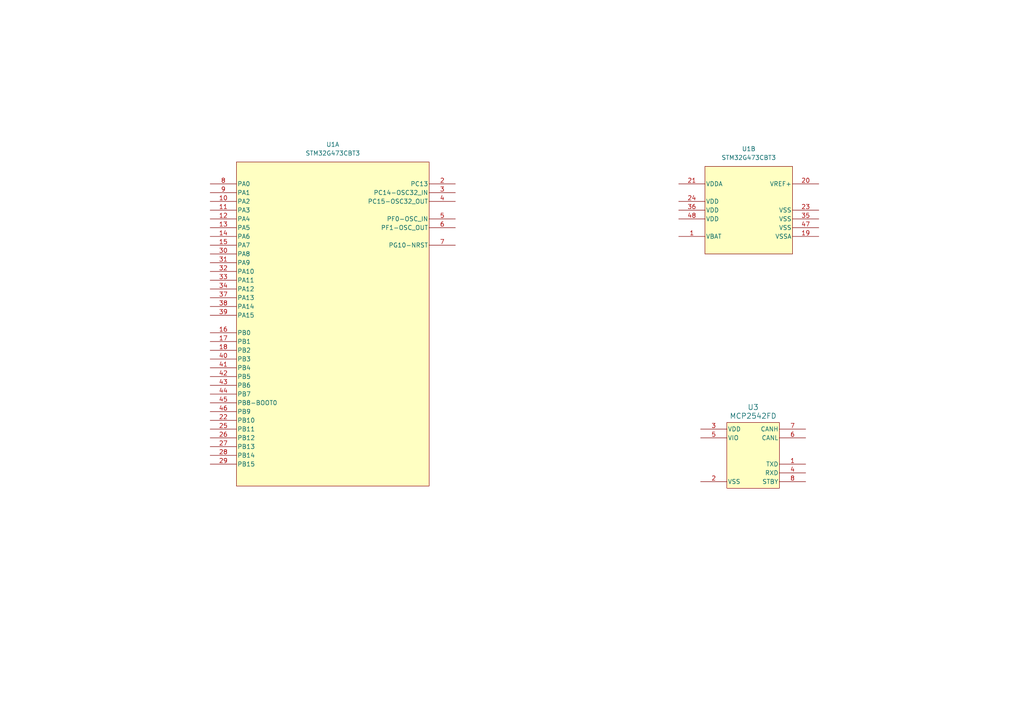
<source format=kicad_sch>
(kicad_sch (version 20231120) (generator "eeschema") (generator_version "8.0")
  (paper "A4")
  (lib_symbols
    (symbol "Sullivan-Labs:IC MCP2542FD CAN Transceiver" (pin_names (offset 0.254))
      (property "Reference" "U" (at 20.32 10.16 0))
      (property "Value" "MCP2542FD" (at 20.32 7.62 0))
      (symbol "IC MCP2542FD CAN Transceiver_0_1"
        (pin input line (at 30.48 -10.16 180) (length 7.62) (name "TXD") (number "1"))
        (pin power_in line (at 0 -15.24 0) (length 7.62) (name "VSS") (number "2"))
        (pin power_in line (at 0 0 0) (length 7.62) (name "VDD") (number "3"))
        (pin output line (at 30.48 -12.7 180) (length 7.62) (name "RXD") (number "4"))
        (pin bidirectional line (at 0 -2.54 0) (length 7.62) (name "VIO") (number "5"))
        (pin bidirectional line (at 30.48 -2.54 180) (length 7.62) (name "CANL") (number "6"))
        (pin bidirectional line (at 30.48 0 180) (length 7.62) (name "CANH") (number "7"))
        (pin input line (at 30.48 -15.24 180) (length 7.62) (name "STBY") (number "8"))
      )
      (symbol "IC MCP2542FD CAN Transceiver_1_1"
        (rectangle (start 7.62 1.905) (end 22.86 -17.145) (fill (type background)))
      )
    )
    (symbol "Sullivan-Labs:MCU STM32G473" (pin_names (offset 0.254))
      (property "Reference" "U" (at 35.56 10.16 0))
      (property "Value" "STM32G473CBT3" (at 35.56 7.62 0))
      (symbol "MCU STM32G473_1_1"
        (rectangle (start 7.62 6.35) (end 63.5 -87.63) (fill (type background)))
        (pin bidirectional line (at 0 -5.08 0) (length 7.62) (name "PA2") (number "10"))
        (pin bidirectional line (at 0 -7.62 0) (length 7.62) (name "PA3") (number "11"))
        (pin bidirectional line (at 0 -10.16 0) (length 7.62) (name "PA4") (number "12"))
        (pin bidirectional line (at 0 -12.7 0) (length 7.62) (name "PA5") (number "13"))
        (pin bidirectional line (at 0 -15.24 0) (length 7.62) (name "PA6") (number "14"))
        (pin bidirectional line (at 0 -17.78 0) (length 7.62) (name "PA7") (number "15"))
        (pin bidirectional line (at 0 -43.18 0) (length 7.62) (name "PB0") (number "16"))
        (pin bidirectional line (at 0 -45.72 0) (length 7.62) (name "PB1") (number "17"))
        (pin bidirectional line (at 0 -48.26 0) (length 7.62) (name "PB2") (number "18"))
        (pin bidirectional line (at 71.12 0 180) (length 7.62) (name "PC13") (number "2"))
        (pin bidirectional line (at 0 -68.58 0) (length 7.62) (name "PB10") (number "22"))
        (pin bidirectional line (at 0 -71.12 0) (length 7.62) (name "PB11") (number "25"))
        (pin bidirectional line (at 0 -73.66 0) (length 7.62) (name "PB12") (number "26"))
        (pin bidirectional line (at 0 -76.2 0) (length 7.62) (name "PB13") (number "27"))
        (pin bidirectional line (at 0 -78.74 0) (length 7.62) (name "PB14") (number "28"))
        (pin bidirectional line (at 0 -81.28 0) (length 7.62) (name "PB15") (number "29"))
        (pin bidirectional line (at 71.12 -2.54 180) (length 7.62) (name "PC14-OSC32_IN") (number "3"))
        (pin bidirectional line (at 0 -20.32 0) (length 7.62) (name "PA8") (number "30"))
        (pin bidirectional line (at 0 -22.86 0) (length 7.62) (name "PA9") (number "31"))
        (pin bidirectional line (at 0 -25.4 0) (length 7.62) (name "PA10") (number "32"))
        (pin bidirectional line (at 0 -27.94 0) (length 7.62) (name "PA11") (number "33"))
        (pin bidirectional line (at 0 -30.48 0) (length 7.62) (name "PA12") (number "34"))
        (pin bidirectional line (at 0 -33.02 0) (length 7.62) (name "PA13") (number "37"))
        (pin bidirectional line (at 0 -35.56 0) (length 7.62) (name "PA14") (number "38"))
        (pin bidirectional line (at 0 -38.1 0) (length 7.62) (name "PA15") (number "39"))
        (pin bidirectional line (at 71.12 -5.08 180) (length 7.62) (name "PC15-OSC32_OUT") (number "4"))
        (pin bidirectional line (at 0 -50.8 0) (length 7.62) (name "PB3") (number "40"))
        (pin bidirectional line (at 0 -53.34 0) (length 7.62) (name "PB4") (number "41"))
        (pin bidirectional line (at 0 -55.88 0) (length 7.62) (name "PB5") (number "42"))
        (pin bidirectional line (at 0 -58.42 0) (length 7.62) (name "PB6") (number "43"))
        (pin bidirectional line (at 0 -60.96 0) (length 7.62) (name "PB7") (number "44"))
        (pin bidirectional line (at 0 -63.5 0) (length 7.62) (name "PB8-BOOT0") (number "45"))
        (pin bidirectional line (at 0 -66.04 0) (length 7.62) (name "PB9") (number "46"))
        (pin bidirectional line (at 71.12 -10.16 180) (length 7.62) (name "PF0-OSC_IN") (number "5"))
        (pin bidirectional line (at 71.12 -12.7 180) (length 7.62) (name "PF1-OSC_OUT") (number "6"))
        (pin bidirectional line (at 71.12 -17.78 180) (length 7.62) (name "PG10-NRST") (number "7"))
        (pin bidirectional line (at 0 0 0) (length 7.62) (name "PA0") (number "8"))
        (pin bidirectional line (at 0 -2.54 0) (length 7.62) (name "PA1") (number "9"))
      )
      (symbol "MCU STM32G473_2_1"
        (rectangle (start 7.62 5.08) (end 33.02 -20.32) (fill (type background)))
        (pin power_in line (at 0 -15.24 0) (length 7.62) (name "VBAT") (number "1"))
        (pin power_in line (at 40.64 -15.24 180) (length 7.62) (name "VSSA") (number "19"))
        (pin power_in line (at 40.64 0 180) (length 7.62) (name "VREF+") (number "20"))
        (pin power_in line (at 0 0 0) (length 7.62) (name "VDDA") (number "21"))
        (pin power_in line (at 40.64 -7.62 180) (length 7.62) (name "VSS") (number "23"))
        (pin power_in line (at 0 -5.08 0) (length 7.62) (name "VDD") (number "24"))
        (pin power_in line (at 40.64 -10.16 180) (length 7.62) (name "VSS") (number "35"))
        (pin power_in line (at 0 -7.62 0) (length 7.62) (name "VDD") (number "36"))
        (pin power_in line (at 40.64 -12.7 180) (length 7.62) (name "VSS") (number "47"))
        (pin power_in line (at 0 -10.16 0) (length 7.62) (name "VDD") (number "48"))
      )
    )
  )
  (symbol (lib_id "Sullivan-Labs:MCU STM32G473") (at 196.85 53.34 0) (unit 2)
    (property "Reference" "U1" (at 217.17 43.18 0))
    (property "Value" "STM32G473CBT3" (at 217.17 45.72 0))
    (property "Footprint" "Sullivan-Labs:LQFP48-7x7mm" (effects (hide yes)))
    (property "Datasheet" "STM32G473CBT3" (effects (hide yes)))
    (property "Description" "ARM® Cortex®-M4 STM32G4 Microcontroller IC 32-Bit 170MHz 128KB (128K x 8) FLASH 48-LQFP (7x7)" (effects (hide yes)))
    (property "Manufacturer" "STMicroelectronics" (effects (hide yes)))
    (property "PN" "STM32G473CBT3" (effects (hide yes)))
  )
  (symbol (lib_id "Sullivan-Labs:IC MCP2542FD CAN Transceiver") (at 203.2 124.46 0) (unit 1)
    (property "Reference" "U3" (at 218.44 118.11 0) (effects (font (size 1.524 1.524))))
    (property "Value" "MCP2542FD" (at 218.44 120.65 0) (effects (font (size 1.524 1.524))))
    (property "Footprint" "Sullivan-Labs:SOIC8_4P9X3P9MC_MCH" (effects (hide yes)))
    (property "Description" "CAN Transceiver with VIO" (effects (hide yes)))
    (property "Manufacturer" "Microchip Technology" (effects (hide yes)))
    (property "PN" "MCP2542FD-E/SN" (effects (hide yes)))
  )
  (symbol (lib_id "Sullivan-Labs:MCU STM32G473") (at 60.96 53.34 0) (unit 1)
    (property "Reference" "U1" (at 96.52 41.91 0))
    (property "Value" "STM32G473CBT3" (at 96.52 44.45 0))
    (property "Footprint" "Sullivan-Labs:LQFP48-7x7mm" (effects (hide yes)))
    (property "Datasheet" "STM32G473CBT3" (effects (hide yes)))
    (property "Description" "ARM® Cortex®-M4 STM32G4 Microcontroller IC 32-Bit 170MHz 128KB (128K x 8) FLASH 48-LQFP (7x7)" (effects (hide yes)))
    (property "Manufacturer" "STMicroelectronics" (effects (hide yes)))
    (property "PN" "STM32G473CBT3" (effects (hide yes)))
  )
)
</source>
